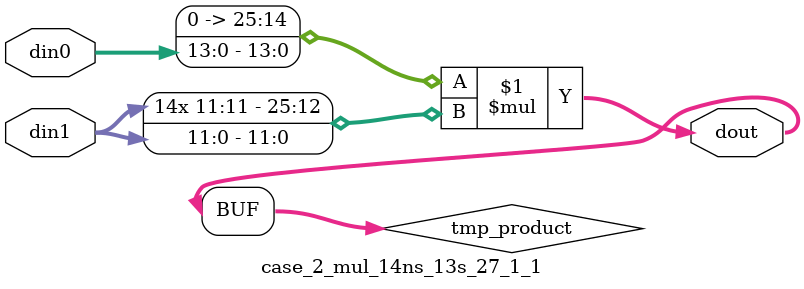
<source format=v>

`timescale 1 ns / 1 ps

 (* use_dsp = "no" *)  module case_2_mul_14ns_13s_27_1_1(din0, din1, dout);
parameter ID = 1;
parameter NUM_STAGE = 0;
parameter din0_WIDTH = 14;
parameter din1_WIDTH = 12;
parameter dout_WIDTH = 26;

input [din0_WIDTH - 1 : 0] din0; 
input [din1_WIDTH - 1 : 0] din1; 
output [dout_WIDTH - 1 : 0] dout;

wire signed [dout_WIDTH - 1 : 0] tmp_product;

























assign tmp_product = $signed({1'b0, din0}) * $signed(din1);










assign dout = tmp_product;





















endmodule

</source>
